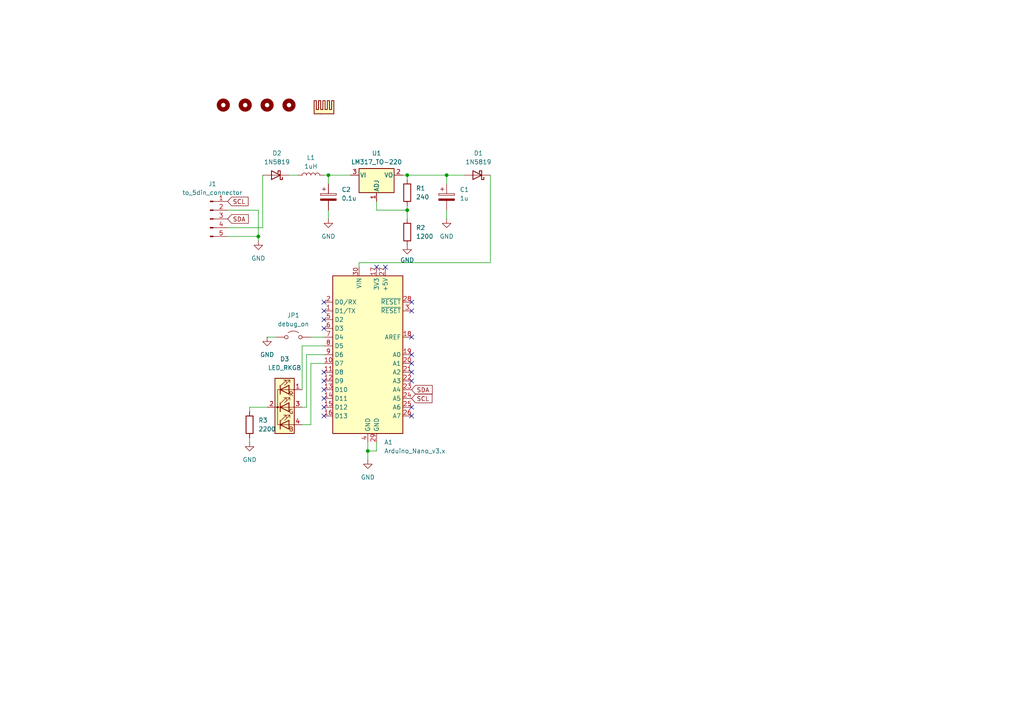
<source format=kicad_sch>
(kicad_sch (version 20231120) (generator "eeschema") (generator_version "8.0")
  (paper "A4")
  (lib_symbols
    (symbol "Connector:Conn_01x05_Pin" (pin_names (offset 1.016) hide)
      (property "Reference" "J" (at 0 7.62 0))
      (property "Value" "Conn_01x05_Pin" (at 0 -7.62 0))
      (symbol "Conn_01x05_Pin_1_1"
        (polyline (pts (xy 1.27 -5.08) (xy 0.8636 -5.08)) (stroke (width 0.1524)))
        (polyline (pts (xy 1.27 -2.54) (xy 0.8636 -2.54)) (stroke (width 0.1524)))
        (polyline (pts (xy 1.27 0) (xy 0.8636 0)) (stroke (width 0.1524)))
        (polyline (pts (xy 1.27 2.54) (xy 0.8636 2.54)) (stroke (width 0.1524)))
        (polyline (pts (xy 1.27 5.08) (xy 0.8636 5.08)) (stroke (width 0.1524)))
        (rectangle (start 0.8636 -4.953) (end 0 -5.207) (stroke (width 0.1524)) (fill (type outline)))
        (rectangle (start 0.8636 -2.413) (end 0 -2.667) (stroke (width 0.1524)) (fill (type outline)))
        (rectangle (start 0.8636 0.127) (end 0 -0.127) (stroke (width 0.1524)) (fill (type outline)))
        (rectangle (start 0.8636 2.667) (end 0 2.413) (stroke (width 0.1524)) (fill (type outline)))
        (rectangle (start 0.8636 5.207) (end 0 4.953) (stroke (width 0.1524)) (fill (type outline)))
        (pin passive line (at 5.08 5.08 180) (length 3.81) (name "Pin_1") (number "1"))
        (pin passive line (at 5.08 2.54 180) (length 3.81) (name "Pin_2") (number "2"))
        (pin passive line (at 5.08 0 180) (length 3.81) (name "Pin_3") (number "3"))
        (pin passive line (at 5.08 -2.54 180) (length 3.81) (name "Pin_4") (number "4"))
        (pin passive line (at 5.08 -5.08 180) (length 3.81) (name "Pin_5") (number "5"))
      )
    )
    (symbol "Device:C_Polarized" (pin_numbers hide) (pin_names (offset 0.254))
      (property "Reference" "C" (at 0.635 2.54 0))
      (property "Value" "C_Polarized" (at 0.635 -2.54 0))
      (symbol "C_Polarized_0_1"
        (rectangle (start -2.286 0.508) (end 2.286 1.016))
        (polyline (pts (xy -1.778 2.286) (xy -0.762 2.286)))
        (polyline (pts (xy -1.27 2.794) (xy -1.27 1.778)))
        (rectangle (start 2.286 -0.508) (end -2.286 -1.016) (fill (type outline)))
      )
      (symbol "C_Polarized_1_1"
        (pin passive line (at 0 3.81 270) (length 2.794) (name "~") (number "1"))
        (pin passive line (at 0 -3.81 90) (length 2.794) (name "~") (number "2"))
      )
    )
    (symbol "Device:L" (pin_numbers hide) (pin_names (offset 1.016) hide)
      (property "Reference" "L" (at -1.27 0 90))
      (property "Value" "L" (at 1.905 0 90))
      (symbol "L_0_1"
        (arc (start 0 -2.54) (mid 0.6323 -1.905) (end 0 -1.27))
        (arc (start 0 -1.27) (mid 0.6323 -0.635) (end 0 0))
        (arc (start 0 0) (mid 0.6323 0.635) (end 0 1.27))
        (arc (start 0 1.27) (mid 0.6323 1.905) (end 0 2.54))
      )
      (symbol "L_1_1"
        (pin passive line (at 0 3.81 270) (length 1.27) (name "1") (number "1"))
        (pin passive line (at 0 -3.81 90) (length 1.27) (name "2") (number "2"))
      )
    )
    (symbol "Device:LED_RKGB" (pin_names (offset 0) hide)
      (property "Reference" "D" (at 0 9.398 0))
      (property "Value" "LED_RKGB" (at 0 -8.89 0))
      (symbol "LED_RKGB_0_0"
        (text "B" (at 1.905 -6.35 0) (effects (font (size 1.27 1.27))))
        (text "G" (at 1.905 -1.27 0) (effects (font (size 1.27 1.27))))
        (text "R" (at 1.905 3.81 0) (effects (font (size 1.27 1.27))))
      )
      (symbol "LED_RKGB_0_1"
        (circle (center -2.032 0) (radius 0.254) (fill (type outline)))
        (polyline (pts (xy -1.27 -5.08) (xy 1.27 -5.08)))
        (polyline (pts (xy -1.27 -3.81) (xy -1.27 -6.35)) (stroke (width 0.254)))
        (polyline (pts (xy -1.27 0) (xy -2.54 0)))
        (polyline (pts (xy -1.27 1.27) (xy -1.27 -1.27)) (stroke (width 0.254)))
        (polyline (pts (xy -1.27 5.08) (xy 1.27 5.08)))
        (polyline (pts (xy -1.27 6.35) (xy -1.27 3.81)) (stroke (width 0.254)))
        (polyline (pts (xy 1.27 -5.08) (xy 2.54 -5.08)))
        (polyline (pts (xy 1.27 0) (xy -1.27 0)))
        (polyline (pts (xy 1.27 0) (xy 2.54 0)))
        (polyline (pts (xy 1.27 5.08) (xy 2.54 5.08)))
        (polyline (pts (xy -1.27 1.27) (xy -1.27 -1.27) (xy -1.27 -1.27)))
        (polyline (pts (xy -1.27 6.35) (xy -1.27 3.81) (xy -1.27 3.81)))
        (polyline (pts (xy -1.27 5.08) (xy -2.032 5.08) (xy -2.032 -5.08) (xy -1.016 -5.08)))
        (polyline (pts (xy 1.27 -3.81) (xy 1.27 -6.35) (xy -1.27 -5.08) (xy 1.27 -3.81)) (stroke (width 0.254)))
        (polyline (pts (xy 1.27 1.27) (xy 1.27 -1.27) (xy -1.27 0) (xy 1.27 1.27)) (stroke (width 0.254)))
        (polyline (pts (xy 1.27 6.35) (xy 1.27 3.81) (xy -1.27 5.08) (xy 1.27 6.35)) (stroke (width 0.254)))
        (polyline (pts (xy -1.016 -3.81) (xy 0.508 -2.286) (xy -0.254 -2.286) (xy 0.508 -2.286) (xy 0.508 -3.048)))
        (polyline (pts (xy -1.016 1.27) (xy 0.508 2.794) (xy -0.254 2.794) (xy 0.508 2.794) (xy 0.508 2.032)))
        (polyline (pts (xy -1.016 6.35) (xy 0.508 7.874) (xy -0.254 7.874) (xy 0.508 7.874) (xy 0.508 7.112)))
        (polyline (pts (xy 0 -3.81) (xy 1.524 -2.286) (xy 0.762 -2.286) (xy 1.524 -2.286) (xy 1.524 -3.048)))
        (polyline (pts (xy 0 1.27) (xy 1.524 2.794) (xy 0.762 2.794) (xy 1.524 2.794) (xy 1.524 2.032)))
        (polyline (pts (xy 0 6.35) (xy 1.524 7.874) (xy 0.762 7.874) (xy 1.524 7.874) (xy 1.524 7.112)))
        (rectangle (start 1.27 -1.27) (end 1.27 1.27))
        (rectangle (start 1.27 1.27) (end 1.27 1.27))
        (rectangle (start 1.27 3.81) (end 1.27 6.35))
        (rectangle (start 1.27 6.35) (end 1.27 6.35))
        (rectangle (start 2.794 8.382) (end -2.794 -7.62) (stroke (width 0.254)) (fill (type background)))
      )
      (symbol "LED_RKGB_1_1"
        (pin passive line (at 5.08 5.08 180) (length 2.54) (name "RA") (number "1"))
        (pin passive line (at -5.08 0 0) (length 2.54) (name "K") (number "2"))
        (pin passive line (at 5.08 0 180) (length 2.54) (name "GA") (number "3"))
        (pin passive line (at 5.08 -5.08 180) (length 2.54) (name "BA") (number "4"))
      )
    )
    (symbol "Device:R" (pin_numbers hide) (pin_names (offset 0))
      (property "Reference" "R" (at 2.032 0 90))
      (property "Value" "R" (at 0 0 90))
      (symbol "R_0_1"
        (rectangle (start -1.016 -2.54) (end 1.016 2.54) (stroke (width 0.254)))
      )
      (symbol "R_1_1"
        (pin passive line (at 0 3.81 270) (length 1.27) (name "~") (number "1"))
        (pin passive line (at 0 -3.81 90) (length 1.27) (name "~") (number "2"))
      )
    )
    (symbol "Diode:1N5819" (pin_numbers hide) (pin_names (offset 1.016) hide)
      (property "Reference" "D" (at 0 2.54 0))
      (property "Value" "1N5819" (at 0 -2.54 0))
      (symbol "1N5819_0_1"
        (polyline (pts (xy 1.27 0) (xy -1.27 0)))
        (polyline (pts (xy 1.27 1.27) (xy 1.27 -1.27) (xy -1.27 0) (xy 1.27 1.27)) (stroke (width 0.254)))
        (polyline (pts (xy -1.905 0.635) (xy -1.905 1.27) (xy -1.27 1.27) (xy -1.27 -1.27) (xy -0.635 -1.27) (xy -0.635 -0.635)) (stroke (width 0.254)))
      )
      (symbol "1N5819_1_1"
        (pin passive line (at -3.81 0 0) (length 2.54) (name "K") (number "1"))
        (pin passive line (at 3.81 0 180) (length 2.54) (name "A") (number "2"))
      )
    )
    (symbol "Jumper:Jumper_2_Open" (pin_numbers hide) (pin_names (offset 0) hide) (exclude_from_sim yes)
      (property "Reference" "JP" (at 0 2.794 0))
      (property "Value" "Jumper_2_Open" (at 0 -2.286 0))
      (symbol "Jumper_2_Open_0_0"
        (circle (center -2.032 0) (radius 0.508))
        (circle (center 2.032 0) (radius 0.508))
      )
      (symbol "Jumper_2_Open_0_1"
        (arc (start 1.524 1.27) (mid 0 1.778) (end -1.524 1.27))
      )
      (symbol "Jumper_2_Open_1_1"
        (pin passive line (at -5.08 0 0) (length 2.54) (name "A") (number "1"))
        (pin passive line (at 5.08 0 180) (length 2.54) (name "B") (number "2"))
      )
    )
    (symbol "MCU_Module:Arduino_Nano_v3.x"
      (property "Reference" "A" (at -10.16 23.495 0))
      (property "Value" "Arduino_Nano_v3.x" (at 5.08 -24.13 0))
      (symbol "Arduino_Nano_v3.x_0_1"
        (rectangle (start -10.16 22.86) (end 10.16 -22.86) (stroke (width 0.254)) (fill (type background)))
      )
      (symbol "Arduino_Nano_v3.x_1_1"
        (pin bidirectional line (at -12.7 12.7 0) (length 2.54) (name "D1/TX") (number "1"))
        (pin bidirectional line (at -12.7 -2.54 0) (length 2.54) (name "D7") (number "10"))
        (pin bidirectional line (at -12.7 -5.08 0) (length 2.54) (name "D8") (number "11"))
        (pin bidirectional line (at -12.7 -7.62 0) (length 2.54) (name "D9") (number "12"))
        (pin bidirectional line (at -12.7 -10.16 0) (length 2.54) (name "D10") (number "13"))
        (pin bidirectional line (at -12.7 -12.7 0) (length 2.54) (name "D11") (number "14"))
        (pin bidirectional line (at -12.7 -15.24 0) (length 2.54) (name "D12") (number "15"))
        (pin bidirectional line (at -12.7 -17.78 0) (length 2.54) (name "D13") (number "16"))
        (pin power_out line (at 2.54 25.4 270) (length 2.54) (name "3V3") (number "17"))
        (pin input line (at 12.7 5.08 180) (length 2.54) (name "AREF") (number "18"))
        (pin bidirectional line (at 12.7 0 180) (length 2.54) (name "A0") (number "19"))
        (pin bidirectional line (at -12.7 15.24 0) (length 2.54) (name "D0/RX") (number "2"))
        (pin bidirectional line (at 12.7 -2.54 180) (length 2.54) (name "A1") (number "20"))
        (pin bidirectional line (at 12.7 -5.08 180) (length 2.54) (name "A2") (number "21"))
        (pin bidirectional line (at 12.7 -7.62 180) (length 2.54) (name "A3") (number "22"))
        (pin bidirectional line (at 12.7 -10.16 180) (length 2.54) (name "A4") (number "23"))
        (pin bidirectional line (at 12.7 -12.7 180) (length 2.54) (name "A5") (number "24"))
        (pin bidirectional line (at 12.7 -15.24 180) (length 2.54) (name "A6") (number "25"))
        (pin bidirectional line (at 12.7 -17.78 180) (length 2.54) (name "A7") (number "26"))
        (pin power_out line (at 5.08 25.4 270) (length 2.54) (name "+5V") (number "27"))
        (pin input line (at 12.7 15.24 180) (length 2.54) (name "~{RESET}") (number "28"))
        (pin power_in line (at 2.54 -25.4 90) (length 2.54) (name "GND") (number "29"))
        (pin input line (at 12.7 12.7 180) (length 2.54) (name "~{RESET}") (number "3"))
        (pin power_in line (at -2.54 25.4 270) (length 2.54) (name "VIN") (number "30"))
        (pin power_in line (at 0 -25.4 90) (length 2.54) (name "GND") (number "4"))
        (pin bidirectional line (at -12.7 10.16 0) (length 2.54) (name "D2") (number "5"))
        (pin bidirectional line (at -12.7 7.62 0) (length 2.54) (name "D3") (number "6"))
        (pin bidirectional line (at -12.7 5.08 0) (length 2.54) (name "D4") (number "7"))
        (pin bidirectional line (at -12.7 2.54 0) (length 2.54) (name "D5") (number "8"))
        (pin bidirectional line (at -12.7 0 0) (length 2.54) (name "D6") (number "9"))
      )
    )
    (symbol "Mechanical:Heatsink" (pin_names (offset 1.016)) (exclude_from_sim yes)
      (property "Reference" "HS" (at 0 5.08 0))
      (property "Value" "Heatsink" (at 0 -1.27 0))
      (symbol "Heatsink_0_1"
        (polyline (pts (xy -0.3302 1.27) (xy -0.9652 1.27) (xy -0.9652 3.81) (xy -1.6002 3.81) (xy -1.6002 1.27) (xy -2.2352 1.27) (xy -2.2352 3.81) (xy -2.8702 3.81) (xy -2.8702 0) (xy -0.9652 0)) (stroke (width 0.254)) (fill (type background)))
        (polyline (pts (xy -0.3302 1.27) (xy -0.3302 3.81) (xy 0.3048 3.81) (xy 0.3048 1.27) (xy 0.9398 1.27) (xy 0.9398 3.81) (xy 1.5748 3.81) (xy 1.5748 1.27) (xy 2.2098 1.27) (xy 2.2098 3.81) (xy 2.8448 3.81) (xy 2.8448 0) (xy -0.9652 0)) (stroke (width 0.254)) (fill (type background)))
      )
    )
    (symbol "Mechanical:MountingHole" (pin_names (offset 1.016)) (exclude_from_sim yes) (in_bom no)
      (property "Reference" "H" (at 0 5.08 0))
      (property "Value" "MountingHole" (at 0 3.175 0))
      (symbol "MountingHole_0_1"
        (circle (center 0 0) (radius 1.27) (stroke (width 1.27)))
      )
    )
    (symbol "Regulator_Linear:LM317_TO-220" (pin_names (offset 0.254))
      (property "Reference" "U" (at -3.81 3.175 0))
      (property "Value" "LM317_TO-220" (at 0 3.175 0))
      (symbol "LM317_TO-220_0_1"
        (rectangle (start -5.08 1.905) (end 5.08 -5.08) (stroke (width 0.254)) (fill (type background)))
      )
      (symbol "LM317_TO-220_1_1"
        (pin input line (at 0 -7.62 90) (length 2.54) (name "ADJ") (number "1"))
        (pin power_out line (at 7.62 0 180) (length 2.54) (name "VO") (number "2"))
        (pin power_in line (at -7.62 0 0) (length 2.54) (name "VI") (number "3"))
      )
    )
    (symbol "power:GND" (power) (pin_numbers hide) (pin_names (offset 0) hide)
      (property "Value" "GND" (at 0 -3.81 0))
      (symbol "GND_0_1"
        (polyline (pts (xy 0 0) (xy 0 -1.27) (xy 1.27 -1.27) (xy 0 -2.54) (xy -1.27 -1.27) (xy 0 -1.27)))
      )
      (symbol "GND_1_1"
        (pin power_in line (at 0 0 270) (length 0) (name "~") (number "1"))
      )
    )
  )
  (junction (at 95.25 50.8))
  (junction (at 74.93 68.58))
  (junction (at 118.11 50.8))
  (junction (at 106.68 130.81))
  (junction (at 118.11 60.96))
  (junction (at 129.54 50.8))
  (no_connect (at 93.98 90.17))
  (no_connect (at 109.22 77.47))
  (no_connect (at 111.76 77.47))
  (no_connect (at 119.38 90.17))
  (no_connect (at 119.38 107.95))
  (no_connect (at 93.98 110.49))
  (no_connect (at 119.38 118.11))
  (no_connect (at 119.38 102.87))
  (no_connect (at 119.38 105.41))
  (no_connect (at 93.98 120.65))
  (no_connect (at 93.98 107.95))
  (no_connect (at 119.38 97.79))
  (no_connect (at 93.98 113.03))
  (no_connect (at 119.38 87.63))
  (no_connect (at 93.98 87.63))
  (no_connect (at 119.38 110.49))
  (no_connect (at 93.98 115.57))
  (no_connect (at 93.98 95.25))
  (no_connect (at 93.98 118.11))
  (no_connect (at 119.38 120.65))
  (no_connect (at 93.98 92.71))
  (wire (pts (xy 90.17 105.41) (xy 90.17 123.19)))
  (wire (pts (xy 93.98 105.41) (xy 90.17 105.41)))
  (wire (pts (xy 72.39 118.11) (xy 72.39 119.38)))
  (wire (pts (xy 109.22 130.81) (xy 106.68 130.81)))
  (wire (pts (xy 90.17 97.79) (xy 93.98 97.79)))
  (wire (pts (xy 66.04 60.96) (xy 74.93 60.96)))
  (wire (pts (xy 109.22 60.96) (xy 118.11 60.96)))
  (wire (pts (xy 109.22 58.42) (xy 109.22 60.96)))
  (wire (pts (xy 106.68 128.27) (xy 106.68 130.81)))
  (wire (pts (xy 118.11 50.8) (xy 118.11 52.07)))
  (wire (pts (xy 66.04 66.04) (xy 76.2 66.04)))
  (wire (pts (xy 109.22 128.27) (xy 109.22 130.81)))
  (wire (pts (xy 87.63 100.33) (xy 87.63 113.03)))
  (wire (pts (xy 106.68 130.81) (xy 106.68 133.35)))
  (wire (pts (xy 74.93 68.58) (xy 74.93 69.85)))
  (wire (pts (xy 142.24 50.8) (xy 142.24 76.2)))
  (wire (pts (xy 129.54 50.8) (xy 118.11 50.8)))
  (wire (pts (xy 95.25 60.96) (xy 95.25 63.5)))
  (wire (pts (xy 88.9 102.87) (xy 88.9 118.11)))
  (wire (pts (xy 104.14 76.2) (xy 104.14 77.47)))
  (wire (pts (xy 88.9 118.11) (xy 87.63 118.11)))
  (wire (pts (xy 74.93 60.96) (xy 74.93 68.58)))
  (wire (pts (xy 76.2 50.8) (xy 76.2 66.04)))
  (wire (pts (xy 93.98 100.33) (xy 87.63 100.33)))
  (wire (pts (xy 93.98 50.8) (xy 95.25 50.8)))
  (wire (pts (xy 90.17 123.19) (xy 87.63 123.19)))
  (wire (pts (xy 129.54 53.34) (xy 129.54 50.8)))
  (wire (pts (xy 72.39 127) (xy 72.39 128.27)))
  (wire (pts (xy 95.25 50.8) (xy 95.25 53.34)))
  (wire (pts (xy 129.54 50.8) (xy 134.62 50.8)))
  (wire (pts (xy 118.11 59.69) (xy 118.11 60.96)))
  (wire (pts (xy 66.04 68.58) (xy 74.93 68.58)))
  (wire (pts (xy 77.47 97.79) (xy 80.01 97.79)))
  (wire (pts (xy 93.98 102.87) (xy 88.9 102.87)))
  (wire (pts (xy 142.24 76.2) (xy 104.14 76.2)))
  (wire (pts (xy 129.54 60.96) (xy 129.54 63.5)))
  (wire (pts (xy 118.11 60.96) (xy 118.11 63.5)))
  (wire (pts (xy 116.84 50.8) (xy 118.11 50.8)))
  (wire (pts (xy 83.82 50.8) (xy 86.36 50.8)))
  (wire (pts (xy 77.47 118.11) (xy 72.39 118.11)))
  (wire (pts (xy 95.25 50.8) (xy 101.6 50.8)))
  (global_label "SDA" (shape input) (at 119.38 113.03 0) (property "Intersheetrefs" "${INTERSHEET_REFS}" (effects (hide yes))))
  (global_label "SCL" (shape input) (at 66.04 58.42 0) (property "Intersheetrefs" "${INTERSHEET_REFS}" (effects (hide yes))))
  (global_label "SCL" (shape input) (at 119.38 115.57 0) (property "Intersheetrefs" "${INTERSHEET_REFS}" (effects (hide yes))))
  (global_label "SDA" (shape input) (at 66.04 63.5 0) (property "Intersheetrefs" "${INTERSHEET_REFS}" (effects (hide yes))))
  (symbol (lib_id "Device:LED_RKGB") (at 82.55 118.11 0) (unit 1)
    (property "Reference" "D3" (at 82.55 104.14 0))
    (property "Value" "LED_RKGB" (at 82.55 106.68 0))
    (property "Footprint" "LED_THT:LED_D5.0mm-4_RGB_Wide_Pins" (effects (hide yes)))
    (property "Description" "RGB LED, red/cathode/green/blue" (effects (hide yes)))
  )
  (symbol (lib_id "Mechanical:MountingHole") (at 64.77 30.48 0) (unit 1) (exclude_from_sim yes) (in_bom no)
    (property "Reference" "H1" (effects (hide yes)))
    (property "Value" "MountingHole" (effects (hide yes)))
    (property "Footprint" "MountingHole:MountingHole_3.2mm_M3" (effects (hide yes)))
    (property "Description" "Mounting Hole without connection" (effects (hide yes)))
  )
  (symbol (lib_id "power:GND") (at 77.47 97.79 0) (unit 1)
    (property "Reference" "#PWR06" (effects (hide yes)))
    (property "Value" "GND" (at 77.47 102.87 0))
    (property "Description" "Power symbol creates a global label with name \"GND\" , ground" (effects (hide yes)))
  )
  (symbol (lib_id "power:GND") (at 72.39 128.27 0) (unit 1)
    (property "Reference" "#PWR07" (effects (hide yes)))
    (property "Value" "GND" (at 72.39 133.35 0))
    (property "Description" "Power symbol creates a global label with name \"GND\" , ground" (effects (hide yes)))
  )
  (symbol (lib_id "Mechanical:MountingHole") (at 77.47 30.48 0) (unit 1) (exclude_from_sim yes) (in_bom no)
    (property "Reference" "H3" (effects (hide yes)))
    (property "Value" "MountingHole" (effects (hide yes)))
    (property "Footprint" "MountingHole:MountingHole_3.2mm_M3" (effects (hide yes)))
    (property "Description" "Mounting Hole without connection" (effects (hide yes)))
  )
  (symbol (lib_id "Mechanical:MountingHole") (at 83.82 30.48 0) (unit 1) (exclude_from_sim yes) (in_bom no)
    (property "Reference" "H4" (effects (hide yes)))
    (property "Value" "MountingHole" (effects (hide yes)))
    (property "Footprint" "MountingHole:MountingHole_3.2mm_M3" (effects (hide yes)))
    (property "Description" "Mounting Hole without connection" (effects (hide yes)))
  )
  (symbol (lib_id "Regulator_Linear:LM317_TO-220") (at 109.22 50.8 0) (unit 1)
    (property "Reference" "U1" (at 109.22 44.45 0))
    (property "Value" "LM317_TO-220" (at 109.22 46.99 0))
    (property "Footprint" "Package_TO_SOT_THT:TO-220-3_Vertical" (effects (hide yes)))
    (property "Datasheet" "http://www.ti.com/lit/ds/symlink/lm317.pdf" (effects (hide yes)))
    (property "Description" "1.5A 35V Adjustable Linear Regulator, TO-220" (effects (hide yes)))
  )
  (symbol (lib_id "Device:R") (at 118.11 55.88 0) (unit 1)
    (property "Reference" "R1" (at 120.65 54.6099 0) (effects (justify left)))
    (property "Value" "240" (at 120.65 57.1499 0) (effects (justify left)))
    (property "Footprint" "Resistor_THT:R_Axial_DIN0207_L6.3mm_D2.5mm_P2.54mm_Vertical" (effects (hide yes)))
    (property "Description" "Resistor" (effects (hide yes)))
  )
  (symbol (lib_id "power:GND") (at 129.54 63.5 0) (unit 1)
    (property "Reference" "#PWR04" (effects (hide yes)))
    (property "Value" "GND" (at 129.54 68.58 0))
    (property "Description" "Power symbol creates a global label with name \"GND\" , ground" (effects (hide yes)))
  )
  (symbol (lib_id "MCU_Module:Arduino_Nano_v3.x") (at 106.68 102.87 0) (unit 1)
    (property "Reference" "A1" (at 111.4141 128.27 0) (effects (justify left)))
    (property "Value" "Arduino_Nano_v3.x" (at 111.4141 130.81 0) (effects (justify left)))
    (property "Footprint" "Module:Arduino_Nano" (effects (hide yes)))
    (property "Datasheet" "http://www.mouser.com/pdfdocs/Gravitech_Arduino_Nano3_0.pdf" (effects (hide yes)))
    (property "Description" "Arduino Nano v3.x" (effects (hide yes)))
  )
  (symbol (lib_id "power:GND") (at 106.68 133.35 0) (unit 1)
    (property "Reference" "#PWR01" (effects (hide yes)))
    (property "Value" "GND" (at 106.68 138.43 0))
    (property "Description" "Power symbol creates a global label with name \"GND\" , ground" (effects (hide yes)))
  )
  (symbol (lib_id "power:GND") (at 74.93 69.85 0) (unit 1)
    (property "Reference" "#PWR05" (effects (hide yes)))
    (property "Value" "GND" (at 74.93 74.93 0))
    (property "Description" "Power symbol creates a global label with name \"GND\" , ground" (effects (hide yes)))
  )
  (symbol (lib_id "Device:C_Polarized") (at 95.25 57.15 0) (unit 1)
    (property "Reference" "C2" (at 99.06 54.9909 0) (effects (justify left)))
    (property "Value" "0.1u" (at 99.06 57.5309 0) (effects (justify left)))
    (property "Footprint" "Capacitor_THT:CP_Radial_D5.0mm_P2.50mm" (effects (hide yes)))
    (property "Description" "Polarized capacitor" (effects (hide yes)))
  )
  (symbol (lib_id "Mechanical:MountingHole") (at 71.12 30.48 0) (unit 1) (exclude_from_sim yes) (in_bom no)
    (property "Reference" "H2" (effects (hide yes)))
    (property "Value" "MountingHole" (effects (hide yes)))
    (property "Footprint" "MountingHole:MountingHole_3.2mm_M3" (effects (hide yes)))
    (property "Description" "Mounting Hole without connection" (effects (hide yes)))
  )
  (symbol (lib_id "Device:C_Polarized") (at 129.54 57.15 0) (unit 1)
    (property "Reference" "C1" (at 133.35 54.9909 0) (effects (justify left)))
    (property "Value" "1u" (at 133.35 57.5309 0) (effects (justify left)))
    (property "Footprint" "Capacitor_THT:CP_Radial_D5.0mm_P2.50mm" (effects (hide yes)))
    (property "Description" "Polarized capacitor" (effects (hide yes)))
  )
  (symbol (lib_id "Device:R") (at 118.11 67.31 0) (unit 1)
    (property "Reference" "R2" (at 120.65 66.0399 0) (effects (justify left)))
    (property "Value" "1200" (at 120.65 68.5799 0) (effects (justify left)))
    (property "Footprint" "Resistor_THT:R_Axial_DIN0207_L6.3mm_D2.5mm_P2.54mm_Vertical" (effects (hide yes)))
    (property "Description" "Resistor" (effects (hide yes)))
  )
  (symbol (lib_id "Diode:1N5819") (at 80.01 50.8 180) (unit 1)
    (property "Reference" "D2" (at 80.3275 44.45 0))
    (property "Value" "1N5819" (at 80.3275 46.99 0))
    (property "Footprint" "Diode_THT:D_DO-41_SOD81_P2.54mm_Vertical_AnodeUp" (effects (hide yes)))
    (property "Datasheet" "http://www.vishay.com/docs/88525/1n5817.pdf" (effects (hide yes)))
    (property "Description" "40V 1A Schottky Barrier Rectifier Diode, DO-41" (effects (hide yes)))
  )
  (symbol (lib_id "Diode:1N5819") (at 138.43 50.8 180) (unit 1)
    (property "Reference" "D1" (at 138.7475 44.45 0))
    (property "Value" "1N5819" (at 138.7475 46.99 0))
    (property "Footprint" "Diode_THT:D_DO-41_SOD81_P2.54mm_Vertical_AnodeUp" (effects (hide yes)))
    (property "Datasheet" "http://www.vishay.com/docs/88525/1n5817.pdf" (effects (hide yes)))
    (property "Description" "40V 1A Schottky Barrier Rectifier Diode, DO-41" (effects (hide yes)))
  )
  (symbol (lib_id "power:GND") (at 95.25 63.5 0) (unit 1)
    (property "Reference" "#PWR03" (effects (hide yes)))
    (property "Value" "GND" (at 95.25 68.58 0))
    (property "Description" "Power symbol creates a global label with name \"GND\" , ground" (effects (hide yes)))
  )
  (symbol (lib_id "Connector:Conn_01x05_Pin") (at 60.96 63.5 0) (unit 1)
    (property "Reference" "J1" (at 61.595 53.34 0))
    (property "Value" "to_5din_connector" (at 61.595 55.88 0))
    (property "Footprint" "Connector_PinSocket_2.54mm:PinSocket_1x05_P2.54mm_Vertical" (effects (hide yes)))
    (property "Description" "Generic connector, single row, 01x05, script generated" (effects (hide yes)))
  )
  (symbol (lib_id "Device:L") (at 90.17 50.8 90) (unit 1)
    (property "Reference" "L1" (at 90.17 45.72 90))
    (property "Value" "1uH" (at 90.17 48.26 90))
    (property "Footprint" "Inductor_THT:L_Axial_L9.5mm_D4.0mm_P2.54mm_Vertical_Fastron_SMCC" (effects (hide yes)))
    (property "Description" "Inductor" (effects (hide yes)))
  )
  (symbol (lib_id "Device:R") (at 72.39 123.19 0) (unit 1)
    (property "Reference" "R3" (at 74.93 121.9199 0) (effects (justify left)))
    (property "Value" "2200" (at 74.93 124.4599 0) (effects (justify left)))
    (property "Footprint" "Resistor_THT:R_Axial_DIN0207_L6.3mm_D2.5mm_P2.54mm_Vertical" (effects (hide yes)))
    (property "Description" "Resistor" (effects (hide yes)))
  )
  (symbol (lib_id "Jumper:Jumper_2_Open") (at 85.09 97.79 0) (unit 1) (exclude_from_sim yes)
    (property "Reference" "JP1" (at 85.09 91.44 0))
    (property "Value" "debug_on" (at 85.09 93.98 0))
    (property "Footprint" "TestPoint:TestPoint_2Pads_Pitch2.54mm_Drill0.8mm" (effects (hide yes)))
    (property "Description" "Jumper, 2-pole, open" (effects (hide yes)))
  )
  (symbol (lib_id "Mechanical:Heatsink") (at 93.98 33.02 0) (unit 1) (exclude_from_sim yes)
    (property "Reference" "HS1" (effects (hide yes)))
    (property "Value" "Heatsink" (effects (hide yes)))
    (property "Footprint" "Heatsink:Heatsink_Stonecold_HS-S02_13.21x9.53mm" (effects (hide yes)))
    (property "Description" "Heatsink" (effects (hide yes)))
  )
  (symbol (lib_id "power:GND") (at 118.11 71.12 0) (unit 1)
    (property "Reference" "#PWR02" (effects (hide yes)))
    (property "Value" "GND" (at 118.11 75.438 0))
    (property "Description" "Power symbol creates a global label with name \"GND\" , ground" (effects (hide yes)))
  )
)
</source>
